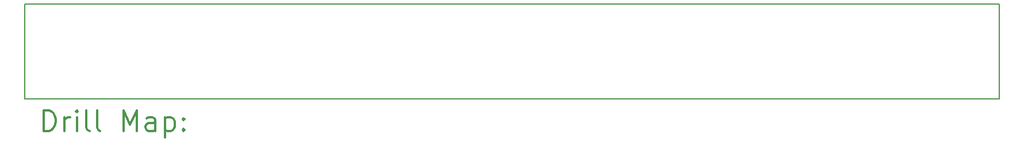
<source format=gbr>
%FSLAX45Y45*%
G04 Gerber Fmt 4.5, Leading zero omitted, Abs format (unit mm)*
G04 Created by KiCad (PCBNEW no-vcs-found-undefined) date Mon Oct 24 14:09:30 2016*
%MOMM*%
%LPD*%
G01*
G04 APERTURE LIST*
%ADD10C,0.127000*%
%ADD11C,0.150000*%
%ADD12C,0.200000*%
%ADD13C,0.300000*%
G04 APERTURE END LIST*
D10*
D11*
X17800000Y-10698500D02*
X3450000Y-10698500D01*
X3450000Y-9301500D02*
X17800000Y-9301500D01*
X15838200Y-10698500D02*
X13818900Y-10698500D01*
X13844300Y-9301500D02*
X15838200Y-9301500D01*
X3450000Y-9301500D02*
X3450000Y-10698500D01*
X17800000Y-10698500D02*
X17800000Y-9301500D01*
D12*
D13*
X3728928Y-11171714D02*
X3728928Y-10871714D01*
X3800357Y-10871714D01*
X3843214Y-10886000D01*
X3871786Y-10914572D01*
X3886071Y-10943143D01*
X3900357Y-11000286D01*
X3900357Y-11043143D01*
X3886071Y-11100286D01*
X3871786Y-11128857D01*
X3843214Y-11157429D01*
X3800357Y-11171714D01*
X3728928Y-11171714D01*
X4028928Y-11171714D02*
X4028928Y-10971714D01*
X4028928Y-11028857D02*
X4043214Y-11000286D01*
X4057500Y-10986000D01*
X4086071Y-10971714D01*
X4114643Y-10971714D01*
X4214643Y-11171714D02*
X4214643Y-10971714D01*
X4214643Y-10871714D02*
X4200357Y-10886000D01*
X4214643Y-10900286D01*
X4228928Y-10886000D01*
X4214643Y-10871714D01*
X4214643Y-10900286D01*
X4400357Y-11171714D02*
X4371786Y-11157429D01*
X4357500Y-11128857D01*
X4357500Y-10871714D01*
X4557500Y-11171714D02*
X4528928Y-11157429D01*
X4514643Y-11128857D01*
X4514643Y-10871714D01*
X4900357Y-11171714D02*
X4900357Y-10871714D01*
X5000357Y-11086000D01*
X5100357Y-10871714D01*
X5100357Y-11171714D01*
X5371786Y-11171714D02*
X5371786Y-11014572D01*
X5357500Y-10986000D01*
X5328928Y-10971714D01*
X5271786Y-10971714D01*
X5243214Y-10986000D01*
X5371786Y-11157429D02*
X5343214Y-11171714D01*
X5271786Y-11171714D01*
X5243214Y-11157429D01*
X5228928Y-11128857D01*
X5228928Y-11100286D01*
X5243214Y-11071714D01*
X5271786Y-11057429D01*
X5343214Y-11057429D01*
X5371786Y-11043143D01*
X5514643Y-10971714D02*
X5514643Y-11271714D01*
X5514643Y-10986000D02*
X5543214Y-10971714D01*
X5600357Y-10971714D01*
X5628928Y-10986000D01*
X5643214Y-11000286D01*
X5657500Y-11028857D01*
X5657500Y-11114572D01*
X5643214Y-11143143D01*
X5628928Y-11157429D01*
X5600357Y-11171714D01*
X5543214Y-11171714D01*
X5514643Y-11157429D01*
X5786071Y-11143143D02*
X5800357Y-11157429D01*
X5786071Y-11171714D01*
X5771786Y-11157429D01*
X5786071Y-11143143D01*
X5786071Y-11171714D01*
X5786071Y-10986000D02*
X5800357Y-11000286D01*
X5786071Y-11014572D01*
X5771786Y-11000286D01*
X5786071Y-10986000D01*
X5786071Y-11014572D01*
M02*

</source>
